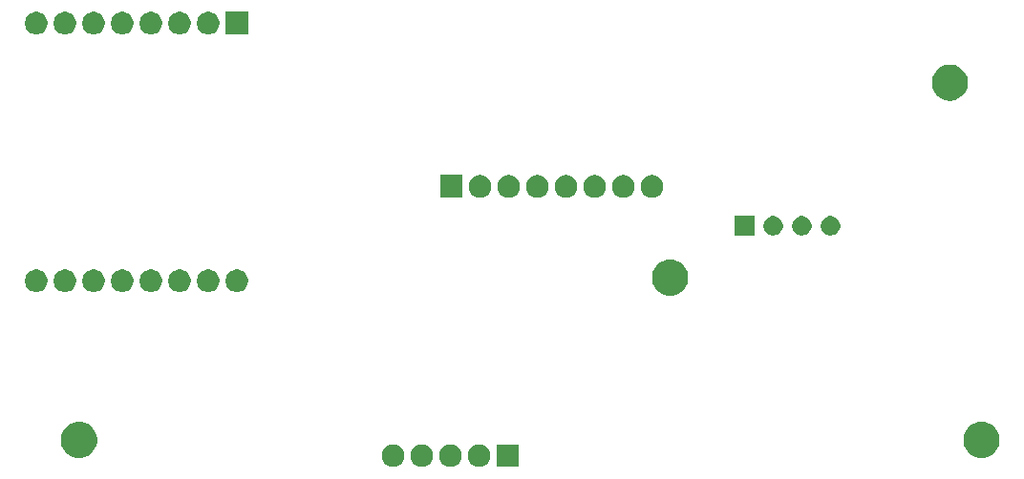
<source format=gbs>
G04 #@! TF.GenerationSoftware,KiCad,Pcbnew,5.0.0-rc2-be01b52~65~ubuntu16.04.1*
G04 #@! TF.CreationDate,2018-06-25T12:20:31+02:00*
G04 #@! TF.ProjectId,Firefly,46697265666C792E6B696361645F7063,rev?*
G04 #@! TF.SameCoordinates,Original*
G04 #@! TF.FileFunction,Soldermask,Bot*
G04 #@! TF.FilePolarity,Negative*
%FSLAX46Y46*%
G04 Gerber Fmt 4.6, Leading zero omitted, Abs format (unit mm)*
G04 Created by KiCad (PCBNEW 5.0.0-rc2-be01b52~65~ubuntu16.04.1) date Mon Jun 25 12:20:31 2018*
%MOMM*%
%LPD*%
G01*
G04 APERTURE LIST*
%ADD10C,0.100000*%
G04 APERTURE END LIST*
D10*
G36*
X145083151Y-139411230D02*
X145212158Y-139436891D01*
X145394433Y-139512392D01*
X145558484Y-139622008D01*
X145697992Y-139761516D01*
X145807608Y-139925567D01*
X145883109Y-140107842D01*
X145921600Y-140301352D01*
X145921600Y-140498648D01*
X145883109Y-140692158D01*
X145807608Y-140874433D01*
X145697992Y-141038484D01*
X145558484Y-141177992D01*
X145394433Y-141287608D01*
X145212158Y-141363109D01*
X145083151Y-141388770D01*
X145018649Y-141401600D01*
X144821351Y-141401600D01*
X144756849Y-141388770D01*
X144627842Y-141363109D01*
X144445567Y-141287608D01*
X144281516Y-141177992D01*
X144142008Y-141038484D01*
X144032392Y-140874433D01*
X143956891Y-140692158D01*
X143918400Y-140498648D01*
X143918400Y-140301352D01*
X143956891Y-140107842D01*
X144032392Y-139925567D01*
X144142008Y-139761516D01*
X144281516Y-139622008D01*
X144445567Y-139512392D01*
X144627842Y-139436891D01*
X144756849Y-139411230D01*
X144821351Y-139398400D01*
X145018649Y-139398400D01*
X145083151Y-139411230D01*
X145083151Y-139411230D01*
G37*
G36*
X147623151Y-139411230D02*
X147752158Y-139436891D01*
X147934433Y-139512392D01*
X148098484Y-139622008D01*
X148237992Y-139761516D01*
X148347608Y-139925567D01*
X148423109Y-140107842D01*
X148461600Y-140301352D01*
X148461600Y-140498648D01*
X148423109Y-140692158D01*
X148347608Y-140874433D01*
X148237992Y-141038484D01*
X148098484Y-141177992D01*
X147934433Y-141287608D01*
X147752158Y-141363109D01*
X147623151Y-141388770D01*
X147558649Y-141401600D01*
X147361351Y-141401600D01*
X147296849Y-141388770D01*
X147167842Y-141363109D01*
X146985567Y-141287608D01*
X146821516Y-141177992D01*
X146682008Y-141038484D01*
X146572392Y-140874433D01*
X146496891Y-140692158D01*
X146458400Y-140498648D01*
X146458400Y-140301352D01*
X146496891Y-140107842D01*
X146572392Y-139925567D01*
X146682008Y-139761516D01*
X146821516Y-139622008D01*
X146985567Y-139512392D01*
X147167842Y-139436891D01*
X147296849Y-139411230D01*
X147361351Y-139398400D01*
X147558649Y-139398400D01*
X147623151Y-139411230D01*
X147623151Y-139411230D01*
G37*
G36*
X151001600Y-141401600D02*
X148998400Y-141401600D01*
X148998400Y-139398400D01*
X151001600Y-139398400D01*
X151001600Y-141401600D01*
X151001600Y-141401600D01*
G37*
G36*
X140003151Y-139411230D02*
X140132158Y-139436891D01*
X140314433Y-139512392D01*
X140478484Y-139622008D01*
X140617992Y-139761516D01*
X140727608Y-139925567D01*
X140803109Y-140107842D01*
X140841600Y-140301352D01*
X140841600Y-140498648D01*
X140803109Y-140692158D01*
X140727608Y-140874433D01*
X140617992Y-141038484D01*
X140478484Y-141177992D01*
X140314433Y-141287608D01*
X140132158Y-141363109D01*
X140003151Y-141388770D01*
X139938649Y-141401600D01*
X139741351Y-141401600D01*
X139676849Y-141388770D01*
X139547842Y-141363109D01*
X139365567Y-141287608D01*
X139201516Y-141177992D01*
X139062008Y-141038484D01*
X138952392Y-140874433D01*
X138876891Y-140692158D01*
X138838400Y-140498648D01*
X138838400Y-140301352D01*
X138876891Y-140107842D01*
X138952392Y-139925567D01*
X139062008Y-139761516D01*
X139201516Y-139622008D01*
X139365567Y-139512392D01*
X139547842Y-139436891D01*
X139676849Y-139411230D01*
X139741351Y-139398400D01*
X139938649Y-139398400D01*
X140003151Y-139411230D01*
X140003151Y-139411230D01*
G37*
G36*
X142543151Y-139411230D02*
X142672158Y-139436891D01*
X142854433Y-139512392D01*
X143018484Y-139622008D01*
X143157992Y-139761516D01*
X143267608Y-139925567D01*
X143343109Y-140107842D01*
X143381600Y-140301352D01*
X143381600Y-140498648D01*
X143343109Y-140692158D01*
X143267608Y-140874433D01*
X143157992Y-141038484D01*
X143018484Y-141177992D01*
X142854433Y-141287608D01*
X142672158Y-141363109D01*
X142543151Y-141388770D01*
X142478649Y-141401600D01*
X142281351Y-141401600D01*
X142216849Y-141388770D01*
X142087842Y-141363109D01*
X141905567Y-141287608D01*
X141741516Y-141177992D01*
X141602008Y-141038484D01*
X141492392Y-140874433D01*
X141416891Y-140692158D01*
X141378400Y-140498648D01*
X141378400Y-140301352D01*
X141416891Y-140107842D01*
X141492392Y-139925567D01*
X141602008Y-139761516D01*
X141741516Y-139622008D01*
X141905567Y-139512392D01*
X142087842Y-139436891D01*
X142216849Y-139411230D01*
X142281351Y-139398400D01*
X142478649Y-139398400D01*
X142543151Y-139411230D01*
X142543151Y-139411230D01*
G37*
G36*
X192260886Y-137418916D02*
X192467171Y-137459949D01*
X192758640Y-137580679D01*
X193020961Y-137755957D01*
X193244043Y-137979039D01*
X193419321Y-138241360D01*
X193540051Y-138532829D01*
X193601600Y-138842257D01*
X193601600Y-139157743D01*
X193540051Y-139467171D01*
X193419321Y-139758640D01*
X193244043Y-140020961D01*
X193020961Y-140244043D01*
X192758640Y-140419321D01*
X192467171Y-140540051D01*
X192260886Y-140581084D01*
X192157744Y-140601600D01*
X191842256Y-140601600D01*
X191739114Y-140581084D01*
X191532829Y-140540051D01*
X191241360Y-140419321D01*
X190979039Y-140244043D01*
X190755957Y-140020961D01*
X190580679Y-139758640D01*
X190459949Y-139467171D01*
X190398400Y-139157743D01*
X190398400Y-138842257D01*
X190459949Y-138532829D01*
X190580679Y-138241360D01*
X190755957Y-137979039D01*
X190979039Y-137755957D01*
X191241360Y-137580679D01*
X191532829Y-137459949D01*
X191739114Y-137418916D01*
X191842256Y-137398400D01*
X192157744Y-137398400D01*
X192260886Y-137418916D01*
X192260886Y-137418916D01*
G37*
G36*
X112260886Y-137418916D02*
X112467171Y-137459949D01*
X112758640Y-137580679D01*
X113020961Y-137755957D01*
X113244043Y-137979039D01*
X113419321Y-138241360D01*
X113540051Y-138532829D01*
X113601600Y-138842257D01*
X113601600Y-139157743D01*
X113540051Y-139467171D01*
X113419321Y-139758640D01*
X113244043Y-140020961D01*
X113020961Y-140244043D01*
X112758640Y-140419321D01*
X112467171Y-140540051D01*
X112260886Y-140581084D01*
X112157744Y-140601600D01*
X111842256Y-140601600D01*
X111739114Y-140581084D01*
X111532829Y-140540051D01*
X111241360Y-140419321D01*
X110979039Y-140244043D01*
X110755957Y-140020961D01*
X110580679Y-139758640D01*
X110459949Y-139467171D01*
X110398400Y-139157743D01*
X110398400Y-138842257D01*
X110459949Y-138532829D01*
X110580679Y-138241360D01*
X110755957Y-137979039D01*
X110979039Y-137755957D01*
X111241360Y-137580679D01*
X111532829Y-137459949D01*
X111739114Y-137418916D01*
X111842256Y-137398400D01*
X112157744Y-137398400D01*
X112260886Y-137418916D01*
X112260886Y-137418916D01*
G37*
G36*
X164660886Y-123018916D02*
X164867171Y-123059949D01*
X165158640Y-123180679D01*
X165420961Y-123355957D01*
X165644043Y-123579039D01*
X165819321Y-123841360D01*
X165940051Y-124132829D01*
X165940051Y-124132831D01*
X166001600Y-124442256D01*
X166001600Y-124757744D01*
X166000882Y-124761352D01*
X165940051Y-125067171D01*
X165819321Y-125358640D01*
X165725880Y-125498484D01*
X165644044Y-125620960D01*
X165420960Y-125844044D01*
X165333521Y-125902469D01*
X165158640Y-126019321D01*
X164867171Y-126140051D01*
X164660886Y-126181084D01*
X164557744Y-126201600D01*
X164242256Y-126201600D01*
X164139114Y-126181084D01*
X163932829Y-126140051D01*
X163641360Y-126019321D01*
X163466479Y-125902469D01*
X163379040Y-125844044D01*
X163155956Y-125620960D01*
X163074120Y-125498484D01*
X162980679Y-125358640D01*
X162859949Y-125067171D01*
X162799118Y-124761352D01*
X162798400Y-124757744D01*
X162798400Y-124442256D01*
X162859949Y-124132831D01*
X162859949Y-124132829D01*
X162980679Y-123841360D01*
X163155957Y-123579039D01*
X163379039Y-123355957D01*
X163641360Y-123180679D01*
X163932829Y-123059949D01*
X164139114Y-123018916D01*
X164242256Y-122998400D01*
X164557744Y-122998400D01*
X164660886Y-123018916D01*
X164660886Y-123018916D01*
G37*
G36*
X113463151Y-123871230D02*
X113592158Y-123896891D01*
X113774433Y-123972392D01*
X113938484Y-124082008D01*
X114077992Y-124221516D01*
X114187608Y-124385567D01*
X114263109Y-124567842D01*
X114263109Y-124567844D01*
X114300883Y-124757744D01*
X114301600Y-124761352D01*
X114301600Y-124958648D01*
X114263109Y-125152158D01*
X114187608Y-125334433D01*
X114077992Y-125498484D01*
X113938484Y-125637992D01*
X113774433Y-125747608D01*
X113592158Y-125823109D01*
X113486914Y-125844043D01*
X113398649Y-125861600D01*
X113201351Y-125861600D01*
X113113086Y-125844043D01*
X113007842Y-125823109D01*
X112825567Y-125747608D01*
X112661516Y-125637992D01*
X112522008Y-125498484D01*
X112412392Y-125334433D01*
X112336891Y-125152158D01*
X112298400Y-124958648D01*
X112298400Y-124761352D01*
X112299118Y-124757744D01*
X112336891Y-124567844D01*
X112336891Y-124567842D01*
X112412392Y-124385567D01*
X112522008Y-124221516D01*
X112661516Y-124082008D01*
X112825567Y-123972392D01*
X113007842Y-123896891D01*
X113136849Y-123871230D01*
X113201351Y-123858400D01*
X113398649Y-123858400D01*
X113463151Y-123871230D01*
X113463151Y-123871230D01*
G37*
G36*
X108383151Y-123871230D02*
X108512158Y-123896891D01*
X108694433Y-123972392D01*
X108858484Y-124082008D01*
X108997992Y-124221516D01*
X109107608Y-124385567D01*
X109183109Y-124567842D01*
X109183109Y-124567844D01*
X109220883Y-124757744D01*
X109221600Y-124761352D01*
X109221600Y-124958648D01*
X109183109Y-125152158D01*
X109107608Y-125334433D01*
X108997992Y-125498484D01*
X108858484Y-125637992D01*
X108694433Y-125747608D01*
X108512158Y-125823109D01*
X108406914Y-125844043D01*
X108318649Y-125861600D01*
X108121351Y-125861600D01*
X108033086Y-125844043D01*
X107927842Y-125823109D01*
X107745567Y-125747608D01*
X107581516Y-125637992D01*
X107442008Y-125498484D01*
X107332392Y-125334433D01*
X107256891Y-125152158D01*
X107218400Y-124958648D01*
X107218400Y-124761352D01*
X107219118Y-124757744D01*
X107256891Y-124567844D01*
X107256891Y-124567842D01*
X107332392Y-124385567D01*
X107442008Y-124221516D01*
X107581516Y-124082008D01*
X107745567Y-123972392D01*
X107927842Y-123896891D01*
X108056849Y-123871230D01*
X108121351Y-123858400D01*
X108318649Y-123858400D01*
X108383151Y-123871230D01*
X108383151Y-123871230D01*
G37*
G36*
X118543151Y-123871230D02*
X118672158Y-123896891D01*
X118854433Y-123972392D01*
X119018484Y-124082008D01*
X119157992Y-124221516D01*
X119267608Y-124385567D01*
X119343109Y-124567842D01*
X119343109Y-124567844D01*
X119380883Y-124757744D01*
X119381600Y-124761352D01*
X119381600Y-124958648D01*
X119343109Y-125152158D01*
X119267608Y-125334433D01*
X119157992Y-125498484D01*
X119018484Y-125637992D01*
X118854433Y-125747608D01*
X118672158Y-125823109D01*
X118566914Y-125844043D01*
X118478649Y-125861600D01*
X118281351Y-125861600D01*
X118193086Y-125844043D01*
X118087842Y-125823109D01*
X117905567Y-125747608D01*
X117741516Y-125637992D01*
X117602008Y-125498484D01*
X117492392Y-125334433D01*
X117416891Y-125152158D01*
X117378400Y-124958648D01*
X117378400Y-124761352D01*
X117379118Y-124757744D01*
X117416891Y-124567844D01*
X117416891Y-124567842D01*
X117492392Y-124385567D01*
X117602008Y-124221516D01*
X117741516Y-124082008D01*
X117905567Y-123972392D01*
X118087842Y-123896891D01*
X118216849Y-123871230D01*
X118281351Y-123858400D01*
X118478649Y-123858400D01*
X118543151Y-123871230D01*
X118543151Y-123871230D01*
G37*
G36*
X121083151Y-123871230D02*
X121212158Y-123896891D01*
X121394433Y-123972392D01*
X121558484Y-124082008D01*
X121697992Y-124221516D01*
X121807608Y-124385567D01*
X121883109Y-124567842D01*
X121883109Y-124567844D01*
X121920883Y-124757744D01*
X121921600Y-124761352D01*
X121921600Y-124958648D01*
X121883109Y-125152158D01*
X121807608Y-125334433D01*
X121697992Y-125498484D01*
X121558484Y-125637992D01*
X121394433Y-125747608D01*
X121212158Y-125823109D01*
X121106914Y-125844043D01*
X121018649Y-125861600D01*
X120821351Y-125861600D01*
X120733086Y-125844043D01*
X120627842Y-125823109D01*
X120445567Y-125747608D01*
X120281516Y-125637992D01*
X120142008Y-125498484D01*
X120032392Y-125334433D01*
X119956891Y-125152158D01*
X119918400Y-124958648D01*
X119918400Y-124761352D01*
X119919118Y-124757744D01*
X119956891Y-124567844D01*
X119956891Y-124567842D01*
X120032392Y-124385567D01*
X120142008Y-124221516D01*
X120281516Y-124082008D01*
X120445567Y-123972392D01*
X120627842Y-123896891D01*
X120756849Y-123871230D01*
X120821351Y-123858400D01*
X121018649Y-123858400D01*
X121083151Y-123871230D01*
X121083151Y-123871230D01*
G37*
G36*
X123623151Y-123871230D02*
X123752158Y-123896891D01*
X123934433Y-123972392D01*
X124098484Y-124082008D01*
X124237992Y-124221516D01*
X124347608Y-124385567D01*
X124423109Y-124567842D01*
X124423109Y-124567844D01*
X124460883Y-124757744D01*
X124461600Y-124761352D01*
X124461600Y-124958648D01*
X124423109Y-125152158D01*
X124347608Y-125334433D01*
X124237992Y-125498484D01*
X124098484Y-125637992D01*
X123934433Y-125747608D01*
X123752158Y-125823109D01*
X123646914Y-125844043D01*
X123558649Y-125861600D01*
X123361351Y-125861600D01*
X123273086Y-125844043D01*
X123167842Y-125823109D01*
X122985567Y-125747608D01*
X122821516Y-125637992D01*
X122682008Y-125498484D01*
X122572392Y-125334433D01*
X122496891Y-125152158D01*
X122458400Y-124958648D01*
X122458400Y-124761352D01*
X122459118Y-124757744D01*
X122496891Y-124567844D01*
X122496891Y-124567842D01*
X122572392Y-124385567D01*
X122682008Y-124221516D01*
X122821516Y-124082008D01*
X122985567Y-123972392D01*
X123167842Y-123896891D01*
X123296849Y-123871230D01*
X123361351Y-123858400D01*
X123558649Y-123858400D01*
X123623151Y-123871230D01*
X123623151Y-123871230D01*
G37*
G36*
X126163151Y-123871230D02*
X126292158Y-123896891D01*
X126474433Y-123972392D01*
X126638484Y-124082008D01*
X126777992Y-124221516D01*
X126887608Y-124385567D01*
X126963109Y-124567842D01*
X126963109Y-124567844D01*
X127000883Y-124757744D01*
X127001600Y-124761352D01*
X127001600Y-124958648D01*
X126963109Y-125152158D01*
X126887608Y-125334433D01*
X126777992Y-125498484D01*
X126638484Y-125637992D01*
X126474433Y-125747608D01*
X126292158Y-125823109D01*
X126186914Y-125844043D01*
X126098649Y-125861600D01*
X125901351Y-125861600D01*
X125813086Y-125844043D01*
X125707842Y-125823109D01*
X125525567Y-125747608D01*
X125361516Y-125637992D01*
X125222008Y-125498484D01*
X125112392Y-125334433D01*
X125036891Y-125152158D01*
X124998400Y-124958648D01*
X124998400Y-124761352D01*
X124999118Y-124757744D01*
X125036891Y-124567844D01*
X125036891Y-124567842D01*
X125112392Y-124385567D01*
X125222008Y-124221516D01*
X125361516Y-124082008D01*
X125525567Y-123972392D01*
X125707842Y-123896891D01*
X125836849Y-123871230D01*
X125901351Y-123858400D01*
X126098649Y-123858400D01*
X126163151Y-123871230D01*
X126163151Y-123871230D01*
G37*
G36*
X116003151Y-123871230D02*
X116132158Y-123896891D01*
X116314433Y-123972392D01*
X116478484Y-124082008D01*
X116617992Y-124221516D01*
X116727608Y-124385567D01*
X116803109Y-124567842D01*
X116803109Y-124567844D01*
X116840883Y-124757744D01*
X116841600Y-124761352D01*
X116841600Y-124958648D01*
X116803109Y-125152158D01*
X116727608Y-125334433D01*
X116617992Y-125498484D01*
X116478484Y-125637992D01*
X116314433Y-125747608D01*
X116132158Y-125823109D01*
X116026914Y-125844043D01*
X115938649Y-125861600D01*
X115741351Y-125861600D01*
X115653086Y-125844043D01*
X115547842Y-125823109D01*
X115365567Y-125747608D01*
X115201516Y-125637992D01*
X115062008Y-125498484D01*
X114952392Y-125334433D01*
X114876891Y-125152158D01*
X114838400Y-124958648D01*
X114838400Y-124761352D01*
X114839118Y-124757744D01*
X114876891Y-124567844D01*
X114876891Y-124567842D01*
X114952392Y-124385567D01*
X115062008Y-124221516D01*
X115201516Y-124082008D01*
X115365567Y-123972392D01*
X115547842Y-123896891D01*
X115676849Y-123871230D01*
X115741351Y-123858400D01*
X115938649Y-123858400D01*
X116003151Y-123871230D01*
X116003151Y-123871230D01*
G37*
G36*
X110923151Y-123871230D02*
X111052158Y-123896891D01*
X111234433Y-123972392D01*
X111398484Y-124082008D01*
X111537992Y-124221516D01*
X111647608Y-124385567D01*
X111723109Y-124567842D01*
X111723109Y-124567844D01*
X111760883Y-124757744D01*
X111761600Y-124761352D01*
X111761600Y-124958648D01*
X111723109Y-125152158D01*
X111647608Y-125334433D01*
X111537992Y-125498484D01*
X111398484Y-125637992D01*
X111234433Y-125747608D01*
X111052158Y-125823109D01*
X110946914Y-125844043D01*
X110858649Y-125861600D01*
X110661351Y-125861600D01*
X110573086Y-125844043D01*
X110467842Y-125823109D01*
X110285567Y-125747608D01*
X110121516Y-125637992D01*
X109982008Y-125498484D01*
X109872392Y-125334433D01*
X109796891Y-125152158D01*
X109758400Y-124958648D01*
X109758400Y-124761352D01*
X109759118Y-124757744D01*
X109796891Y-124567844D01*
X109796891Y-124567842D01*
X109872392Y-124385567D01*
X109982008Y-124221516D01*
X110121516Y-124082008D01*
X110285567Y-123972392D01*
X110467842Y-123896891D01*
X110596849Y-123871230D01*
X110661351Y-123858400D01*
X110858649Y-123858400D01*
X110923151Y-123871230D01*
X110923151Y-123871230D01*
G37*
G36*
X171863600Y-120863600D02*
X170136400Y-120863600D01*
X170136400Y-119136400D01*
X171863600Y-119136400D01*
X171863600Y-120863600D01*
X171863600Y-120863600D01*
G37*
G36*
X173791903Y-119169587D02*
X173949068Y-119234687D01*
X174090513Y-119329198D01*
X174210802Y-119449487D01*
X174305313Y-119590932D01*
X174370413Y-119748097D01*
X174403600Y-119914943D01*
X174403600Y-120085057D01*
X174370413Y-120251903D01*
X174305313Y-120409068D01*
X174210802Y-120550513D01*
X174090513Y-120670802D01*
X173949068Y-120765313D01*
X173791903Y-120830413D01*
X173625057Y-120863600D01*
X173454943Y-120863600D01*
X173288097Y-120830413D01*
X173130932Y-120765313D01*
X172989487Y-120670802D01*
X172869198Y-120550513D01*
X172774687Y-120409068D01*
X172709587Y-120251903D01*
X172676400Y-120085057D01*
X172676400Y-119914943D01*
X172709587Y-119748097D01*
X172774687Y-119590932D01*
X172869198Y-119449487D01*
X172989487Y-119329198D01*
X173130932Y-119234687D01*
X173288097Y-119169587D01*
X173454943Y-119136400D01*
X173625057Y-119136400D01*
X173791903Y-119169587D01*
X173791903Y-119169587D01*
G37*
G36*
X178871903Y-119169587D02*
X179029068Y-119234687D01*
X179170513Y-119329198D01*
X179290802Y-119449487D01*
X179385313Y-119590932D01*
X179450413Y-119748097D01*
X179483600Y-119914943D01*
X179483600Y-120085057D01*
X179450413Y-120251903D01*
X179385313Y-120409068D01*
X179290802Y-120550513D01*
X179170513Y-120670802D01*
X179029068Y-120765313D01*
X178871903Y-120830413D01*
X178705057Y-120863600D01*
X178534943Y-120863600D01*
X178368097Y-120830413D01*
X178210932Y-120765313D01*
X178069487Y-120670802D01*
X177949198Y-120550513D01*
X177854687Y-120409068D01*
X177789587Y-120251903D01*
X177756400Y-120085057D01*
X177756400Y-119914943D01*
X177789587Y-119748097D01*
X177854687Y-119590932D01*
X177949198Y-119449487D01*
X178069487Y-119329198D01*
X178210932Y-119234687D01*
X178368097Y-119169587D01*
X178534943Y-119136400D01*
X178705057Y-119136400D01*
X178871903Y-119169587D01*
X178871903Y-119169587D01*
G37*
G36*
X176331903Y-119169587D02*
X176489068Y-119234687D01*
X176630513Y-119329198D01*
X176750802Y-119449487D01*
X176845313Y-119590932D01*
X176910413Y-119748097D01*
X176943600Y-119914943D01*
X176943600Y-120085057D01*
X176910413Y-120251903D01*
X176845313Y-120409068D01*
X176750802Y-120550513D01*
X176630513Y-120670802D01*
X176489068Y-120765313D01*
X176331903Y-120830413D01*
X176165057Y-120863600D01*
X175994943Y-120863600D01*
X175828097Y-120830413D01*
X175670932Y-120765313D01*
X175529487Y-120670802D01*
X175409198Y-120550513D01*
X175314687Y-120409068D01*
X175249587Y-120251903D01*
X175216400Y-120085057D01*
X175216400Y-119914943D01*
X175249587Y-119748097D01*
X175314687Y-119590932D01*
X175409198Y-119449487D01*
X175529487Y-119329198D01*
X175670932Y-119234687D01*
X175828097Y-119169587D01*
X175994943Y-119136400D01*
X176165057Y-119136400D01*
X176331903Y-119169587D01*
X176331903Y-119169587D01*
G37*
G36*
X147703151Y-115511230D02*
X147832158Y-115536891D01*
X148014433Y-115612392D01*
X148178484Y-115722008D01*
X148317992Y-115861516D01*
X148427608Y-116025567D01*
X148503109Y-116207842D01*
X148541600Y-116401352D01*
X148541600Y-116598648D01*
X148503109Y-116792158D01*
X148427608Y-116974433D01*
X148317992Y-117138484D01*
X148178484Y-117277992D01*
X148014433Y-117387608D01*
X147832158Y-117463109D01*
X147703151Y-117488770D01*
X147638649Y-117501600D01*
X147441351Y-117501600D01*
X147376849Y-117488770D01*
X147247842Y-117463109D01*
X147065567Y-117387608D01*
X146901516Y-117277992D01*
X146762008Y-117138484D01*
X146652392Y-116974433D01*
X146576891Y-116792158D01*
X146538400Y-116598648D01*
X146538400Y-116401352D01*
X146576891Y-116207842D01*
X146652392Y-116025567D01*
X146762008Y-115861516D01*
X146901516Y-115722008D01*
X147065567Y-115612392D01*
X147247842Y-115536891D01*
X147376849Y-115511230D01*
X147441351Y-115498400D01*
X147638649Y-115498400D01*
X147703151Y-115511230D01*
X147703151Y-115511230D01*
G37*
G36*
X150243151Y-115511230D02*
X150372158Y-115536891D01*
X150554433Y-115612392D01*
X150718484Y-115722008D01*
X150857992Y-115861516D01*
X150967608Y-116025567D01*
X151043109Y-116207842D01*
X151081600Y-116401352D01*
X151081600Y-116598648D01*
X151043109Y-116792158D01*
X150967608Y-116974433D01*
X150857992Y-117138484D01*
X150718484Y-117277992D01*
X150554433Y-117387608D01*
X150372158Y-117463109D01*
X150243151Y-117488770D01*
X150178649Y-117501600D01*
X149981351Y-117501600D01*
X149916849Y-117488770D01*
X149787842Y-117463109D01*
X149605567Y-117387608D01*
X149441516Y-117277992D01*
X149302008Y-117138484D01*
X149192392Y-116974433D01*
X149116891Y-116792158D01*
X149078400Y-116598648D01*
X149078400Y-116401352D01*
X149116891Y-116207842D01*
X149192392Y-116025567D01*
X149302008Y-115861516D01*
X149441516Y-115722008D01*
X149605567Y-115612392D01*
X149787842Y-115536891D01*
X149916849Y-115511230D01*
X149981351Y-115498400D01*
X150178649Y-115498400D01*
X150243151Y-115511230D01*
X150243151Y-115511230D01*
G37*
G36*
X152783151Y-115511230D02*
X152912158Y-115536891D01*
X153094433Y-115612392D01*
X153258484Y-115722008D01*
X153397992Y-115861516D01*
X153507608Y-116025567D01*
X153583109Y-116207842D01*
X153621600Y-116401352D01*
X153621600Y-116598648D01*
X153583109Y-116792158D01*
X153507608Y-116974433D01*
X153397992Y-117138484D01*
X153258484Y-117277992D01*
X153094433Y-117387608D01*
X152912158Y-117463109D01*
X152783151Y-117488770D01*
X152718649Y-117501600D01*
X152521351Y-117501600D01*
X152456849Y-117488770D01*
X152327842Y-117463109D01*
X152145567Y-117387608D01*
X151981516Y-117277992D01*
X151842008Y-117138484D01*
X151732392Y-116974433D01*
X151656891Y-116792158D01*
X151618400Y-116598648D01*
X151618400Y-116401352D01*
X151656891Y-116207842D01*
X151732392Y-116025567D01*
X151842008Y-115861516D01*
X151981516Y-115722008D01*
X152145567Y-115612392D01*
X152327842Y-115536891D01*
X152456849Y-115511230D01*
X152521351Y-115498400D01*
X152718649Y-115498400D01*
X152783151Y-115511230D01*
X152783151Y-115511230D01*
G37*
G36*
X155323151Y-115511230D02*
X155452158Y-115536891D01*
X155634433Y-115612392D01*
X155798484Y-115722008D01*
X155937992Y-115861516D01*
X156047608Y-116025567D01*
X156123109Y-116207842D01*
X156161600Y-116401352D01*
X156161600Y-116598648D01*
X156123109Y-116792158D01*
X156047608Y-116974433D01*
X155937992Y-117138484D01*
X155798484Y-117277992D01*
X155634433Y-117387608D01*
X155452158Y-117463109D01*
X155323151Y-117488770D01*
X155258649Y-117501600D01*
X155061351Y-117501600D01*
X154996849Y-117488770D01*
X154867842Y-117463109D01*
X154685567Y-117387608D01*
X154521516Y-117277992D01*
X154382008Y-117138484D01*
X154272392Y-116974433D01*
X154196891Y-116792158D01*
X154158400Y-116598648D01*
X154158400Y-116401352D01*
X154196891Y-116207842D01*
X154272392Y-116025567D01*
X154382008Y-115861516D01*
X154521516Y-115722008D01*
X154685567Y-115612392D01*
X154867842Y-115536891D01*
X154996849Y-115511230D01*
X155061351Y-115498400D01*
X155258649Y-115498400D01*
X155323151Y-115511230D01*
X155323151Y-115511230D01*
G37*
G36*
X157863151Y-115511230D02*
X157992158Y-115536891D01*
X158174433Y-115612392D01*
X158338484Y-115722008D01*
X158477992Y-115861516D01*
X158587608Y-116025567D01*
X158663109Y-116207842D01*
X158701600Y-116401352D01*
X158701600Y-116598648D01*
X158663109Y-116792158D01*
X158587608Y-116974433D01*
X158477992Y-117138484D01*
X158338484Y-117277992D01*
X158174433Y-117387608D01*
X157992158Y-117463109D01*
X157863151Y-117488770D01*
X157798649Y-117501600D01*
X157601351Y-117501600D01*
X157536849Y-117488770D01*
X157407842Y-117463109D01*
X157225567Y-117387608D01*
X157061516Y-117277992D01*
X156922008Y-117138484D01*
X156812392Y-116974433D01*
X156736891Y-116792158D01*
X156698400Y-116598648D01*
X156698400Y-116401352D01*
X156736891Y-116207842D01*
X156812392Y-116025567D01*
X156922008Y-115861516D01*
X157061516Y-115722008D01*
X157225567Y-115612392D01*
X157407842Y-115536891D01*
X157536849Y-115511230D01*
X157601351Y-115498400D01*
X157798649Y-115498400D01*
X157863151Y-115511230D01*
X157863151Y-115511230D01*
G37*
G36*
X160403151Y-115511230D02*
X160532158Y-115536891D01*
X160714433Y-115612392D01*
X160878484Y-115722008D01*
X161017992Y-115861516D01*
X161127608Y-116025567D01*
X161203109Y-116207842D01*
X161241600Y-116401352D01*
X161241600Y-116598648D01*
X161203109Y-116792158D01*
X161127608Y-116974433D01*
X161017992Y-117138484D01*
X160878484Y-117277992D01*
X160714433Y-117387608D01*
X160532158Y-117463109D01*
X160403151Y-117488770D01*
X160338649Y-117501600D01*
X160141351Y-117501600D01*
X160076849Y-117488770D01*
X159947842Y-117463109D01*
X159765567Y-117387608D01*
X159601516Y-117277992D01*
X159462008Y-117138484D01*
X159352392Y-116974433D01*
X159276891Y-116792158D01*
X159238400Y-116598648D01*
X159238400Y-116401352D01*
X159276891Y-116207842D01*
X159352392Y-116025567D01*
X159462008Y-115861516D01*
X159601516Y-115722008D01*
X159765567Y-115612392D01*
X159947842Y-115536891D01*
X160076849Y-115511230D01*
X160141351Y-115498400D01*
X160338649Y-115498400D01*
X160403151Y-115511230D01*
X160403151Y-115511230D01*
G37*
G36*
X162943151Y-115511230D02*
X163072158Y-115536891D01*
X163254433Y-115612392D01*
X163418484Y-115722008D01*
X163557992Y-115861516D01*
X163667608Y-116025567D01*
X163743109Y-116207842D01*
X163781600Y-116401352D01*
X163781600Y-116598648D01*
X163743109Y-116792158D01*
X163667608Y-116974433D01*
X163557992Y-117138484D01*
X163418484Y-117277992D01*
X163254433Y-117387608D01*
X163072158Y-117463109D01*
X162943151Y-117488770D01*
X162878649Y-117501600D01*
X162681351Y-117501600D01*
X162616849Y-117488770D01*
X162487842Y-117463109D01*
X162305567Y-117387608D01*
X162141516Y-117277992D01*
X162002008Y-117138484D01*
X161892392Y-116974433D01*
X161816891Y-116792158D01*
X161778400Y-116598648D01*
X161778400Y-116401352D01*
X161816891Y-116207842D01*
X161892392Y-116025567D01*
X162002008Y-115861516D01*
X162141516Y-115722008D01*
X162305567Y-115612392D01*
X162487842Y-115536891D01*
X162616849Y-115511230D01*
X162681351Y-115498400D01*
X162878649Y-115498400D01*
X162943151Y-115511230D01*
X162943151Y-115511230D01*
G37*
G36*
X146001600Y-117501600D02*
X143998400Y-117501600D01*
X143998400Y-115498400D01*
X146001600Y-115498400D01*
X146001600Y-117501600D01*
X146001600Y-117501600D01*
G37*
G36*
X189460886Y-105718916D02*
X189667171Y-105759949D01*
X189958640Y-105880679D01*
X190220961Y-106055957D01*
X190444043Y-106279039D01*
X190619321Y-106541360D01*
X190740051Y-106832829D01*
X190801600Y-107142257D01*
X190801600Y-107457743D01*
X190740051Y-107767171D01*
X190619321Y-108058640D01*
X190444043Y-108320961D01*
X190220961Y-108544043D01*
X189958640Y-108719321D01*
X189667171Y-108840051D01*
X189460886Y-108881084D01*
X189357744Y-108901600D01*
X189042256Y-108901600D01*
X188939114Y-108881084D01*
X188732829Y-108840051D01*
X188441360Y-108719321D01*
X188179039Y-108544043D01*
X187955957Y-108320961D01*
X187780679Y-108058640D01*
X187659949Y-107767171D01*
X187598400Y-107457743D01*
X187598400Y-107142257D01*
X187659949Y-106832829D01*
X187780679Y-106541360D01*
X187955957Y-106279039D01*
X188179039Y-106055957D01*
X188441360Y-105880679D01*
X188732829Y-105759949D01*
X188939114Y-105718916D01*
X189042256Y-105698400D01*
X189357744Y-105698400D01*
X189460886Y-105718916D01*
X189460886Y-105718916D01*
G37*
G36*
X110923151Y-101011230D02*
X111052158Y-101036891D01*
X111234433Y-101112392D01*
X111398484Y-101222008D01*
X111537992Y-101361516D01*
X111647608Y-101525567D01*
X111723109Y-101707842D01*
X111761600Y-101901352D01*
X111761600Y-102098648D01*
X111723109Y-102292158D01*
X111647608Y-102474433D01*
X111537992Y-102638484D01*
X111398484Y-102777992D01*
X111234433Y-102887608D01*
X111052158Y-102963109D01*
X110923151Y-102988770D01*
X110858649Y-103001600D01*
X110661351Y-103001600D01*
X110596849Y-102988770D01*
X110467842Y-102963109D01*
X110285567Y-102887608D01*
X110121516Y-102777992D01*
X109982008Y-102638484D01*
X109872392Y-102474433D01*
X109796891Y-102292158D01*
X109758400Y-102098648D01*
X109758400Y-101901352D01*
X109796891Y-101707842D01*
X109872392Y-101525567D01*
X109982008Y-101361516D01*
X110121516Y-101222008D01*
X110285567Y-101112392D01*
X110467842Y-101036891D01*
X110596849Y-101011230D01*
X110661351Y-100998400D01*
X110858649Y-100998400D01*
X110923151Y-101011230D01*
X110923151Y-101011230D01*
G37*
G36*
X113463151Y-101011230D02*
X113592158Y-101036891D01*
X113774433Y-101112392D01*
X113938484Y-101222008D01*
X114077992Y-101361516D01*
X114187608Y-101525567D01*
X114263109Y-101707842D01*
X114301600Y-101901352D01*
X114301600Y-102098648D01*
X114263109Y-102292158D01*
X114187608Y-102474433D01*
X114077992Y-102638484D01*
X113938484Y-102777992D01*
X113774433Y-102887608D01*
X113592158Y-102963109D01*
X113463151Y-102988770D01*
X113398649Y-103001600D01*
X113201351Y-103001600D01*
X113136849Y-102988770D01*
X113007842Y-102963109D01*
X112825567Y-102887608D01*
X112661516Y-102777992D01*
X112522008Y-102638484D01*
X112412392Y-102474433D01*
X112336891Y-102292158D01*
X112298400Y-102098648D01*
X112298400Y-101901352D01*
X112336891Y-101707842D01*
X112412392Y-101525567D01*
X112522008Y-101361516D01*
X112661516Y-101222008D01*
X112825567Y-101112392D01*
X113007842Y-101036891D01*
X113136849Y-101011230D01*
X113201351Y-100998400D01*
X113398649Y-100998400D01*
X113463151Y-101011230D01*
X113463151Y-101011230D01*
G37*
G36*
X116003151Y-101011230D02*
X116132158Y-101036891D01*
X116314433Y-101112392D01*
X116478484Y-101222008D01*
X116617992Y-101361516D01*
X116727608Y-101525567D01*
X116803109Y-101707842D01*
X116841600Y-101901352D01*
X116841600Y-102098648D01*
X116803109Y-102292158D01*
X116727608Y-102474433D01*
X116617992Y-102638484D01*
X116478484Y-102777992D01*
X116314433Y-102887608D01*
X116132158Y-102963109D01*
X116003151Y-102988770D01*
X115938649Y-103001600D01*
X115741351Y-103001600D01*
X115676849Y-102988770D01*
X115547842Y-102963109D01*
X115365567Y-102887608D01*
X115201516Y-102777992D01*
X115062008Y-102638484D01*
X114952392Y-102474433D01*
X114876891Y-102292158D01*
X114838400Y-102098648D01*
X114838400Y-101901352D01*
X114876891Y-101707842D01*
X114952392Y-101525567D01*
X115062008Y-101361516D01*
X115201516Y-101222008D01*
X115365567Y-101112392D01*
X115547842Y-101036891D01*
X115676849Y-101011230D01*
X115741351Y-100998400D01*
X115938649Y-100998400D01*
X116003151Y-101011230D01*
X116003151Y-101011230D01*
G37*
G36*
X118543151Y-101011230D02*
X118672158Y-101036891D01*
X118854433Y-101112392D01*
X119018484Y-101222008D01*
X119157992Y-101361516D01*
X119267608Y-101525567D01*
X119343109Y-101707842D01*
X119381600Y-101901352D01*
X119381600Y-102098648D01*
X119343109Y-102292158D01*
X119267608Y-102474433D01*
X119157992Y-102638484D01*
X119018484Y-102777992D01*
X118854433Y-102887608D01*
X118672158Y-102963109D01*
X118543151Y-102988770D01*
X118478649Y-103001600D01*
X118281351Y-103001600D01*
X118216849Y-102988770D01*
X118087842Y-102963109D01*
X117905567Y-102887608D01*
X117741516Y-102777992D01*
X117602008Y-102638484D01*
X117492392Y-102474433D01*
X117416891Y-102292158D01*
X117378400Y-102098648D01*
X117378400Y-101901352D01*
X117416891Y-101707842D01*
X117492392Y-101525567D01*
X117602008Y-101361516D01*
X117741516Y-101222008D01*
X117905567Y-101112392D01*
X118087842Y-101036891D01*
X118216849Y-101011230D01*
X118281351Y-100998400D01*
X118478649Y-100998400D01*
X118543151Y-101011230D01*
X118543151Y-101011230D01*
G37*
G36*
X121083151Y-101011230D02*
X121212158Y-101036891D01*
X121394433Y-101112392D01*
X121558484Y-101222008D01*
X121697992Y-101361516D01*
X121807608Y-101525567D01*
X121883109Y-101707842D01*
X121921600Y-101901352D01*
X121921600Y-102098648D01*
X121883109Y-102292158D01*
X121807608Y-102474433D01*
X121697992Y-102638484D01*
X121558484Y-102777992D01*
X121394433Y-102887608D01*
X121212158Y-102963109D01*
X121083151Y-102988770D01*
X121018649Y-103001600D01*
X120821351Y-103001600D01*
X120756849Y-102988770D01*
X120627842Y-102963109D01*
X120445567Y-102887608D01*
X120281516Y-102777992D01*
X120142008Y-102638484D01*
X120032392Y-102474433D01*
X119956891Y-102292158D01*
X119918400Y-102098648D01*
X119918400Y-101901352D01*
X119956891Y-101707842D01*
X120032392Y-101525567D01*
X120142008Y-101361516D01*
X120281516Y-101222008D01*
X120445567Y-101112392D01*
X120627842Y-101036891D01*
X120756849Y-101011230D01*
X120821351Y-100998400D01*
X121018649Y-100998400D01*
X121083151Y-101011230D01*
X121083151Y-101011230D01*
G37*
G36*
X123623151Y-101011230D02*
X123752158Y-101036891D01*
X123934433Y-101112392D01*
X124098484Y-101222008D01*
X124237992Y-101361516D01*
X124347608Y-101525567D01*
X124423109Y-101707842D01*
X124461600Y-101901352D01*
X124461600Y-102098648D01*
X124423109Y-102292158D01*
X124347608Y-102474433D01*
X124237992Y-102638484D01*
X124098484Y-102777992D01*
X123934433Y-102887608D01*
X123752158Y-102963109D01*
X123623151Y-102988770D01*
X123558649Y-103001600D01*
X123361351Y-103001600D01*
X123296849Y-102988770D01*
X123167842Y-102963109D01*
X122985567Y-102887608D01*
X122821516Y-102777992D01*
X122682008Y-102638484D01*
X122572392Y-102474433D01*
X122496891Y-102292158D01*
X122458400Y-102098648D01*
X122458400Y-101901352D01*
X122496891Y-101707842D01*
X122572392Y-101525567D01*
X122682008Y-101361516D01*
X122821516Y-101222008D01*
X122985567Y-101112392D01*
X123167842Y-101036891D01*
X123296849Y-101011230D01*
X123361351Y-100998400D01*
X123558649Y-100998400D01*
X123623151Y-101011230D01*
X123623151Y-101011230D01*
G37*
G36*
X108383151Y-101011230D02*
X108512158Y-101036891D01*
X108694433Y-101112392D01*
X108858484Y-101222008D01*
X108997992Y-101361516D01*
X109107608Y-101525567D01*
X109183109Y-101707842D01*
X109221600Y-101901352D01*
X109221600Y-102098648D01*
X109183109Y-102292158D01*
X109107608Y-102474433D01*
X108997992Y-102638484D01*
X108858484Y-102777992D01*
X108694433Y-102887608D01*
X108512158Y-102963109D01*
X108383151Y-102988770D01*
X108318649Y-103001600D01*
X108121351Y-103001600D01*
X108056849Y-102988770D01*
X107927842Y-102963109D01*
X107745567Y-102887608D01*
X107581516Y-102777992D01*
X107442008Y-102638484D01*
X107332392Y-102474433D01*
X107256891Y-102292158D01*
X107218400Y-102098648D01*
X107218400Y-101901352D01*
X107256891Y-101707842D01*
X107332392Y-101525567D01*
X107442008Y-101361516D01*
X107581516Y-101222008D01*
X107745567Y-101112392D01*
X107927842Y-101036891D01*
X108056849Y-101011230D01*
X108121351Y-100998400D01*
X108318649Y-100998400D01*
X108383151Y-101011230D01*
X108383151Y-101011230D01*
G37*
G36*
X127001600Y-103001600D02*
X124998400Y-103001600D01*
X124998400Y-100998400D01*
X127001600Y-100998400D01*
X127001600Y-103001600D01*
X127001600Y-103001600D01*
G37*
M02*

</source>
